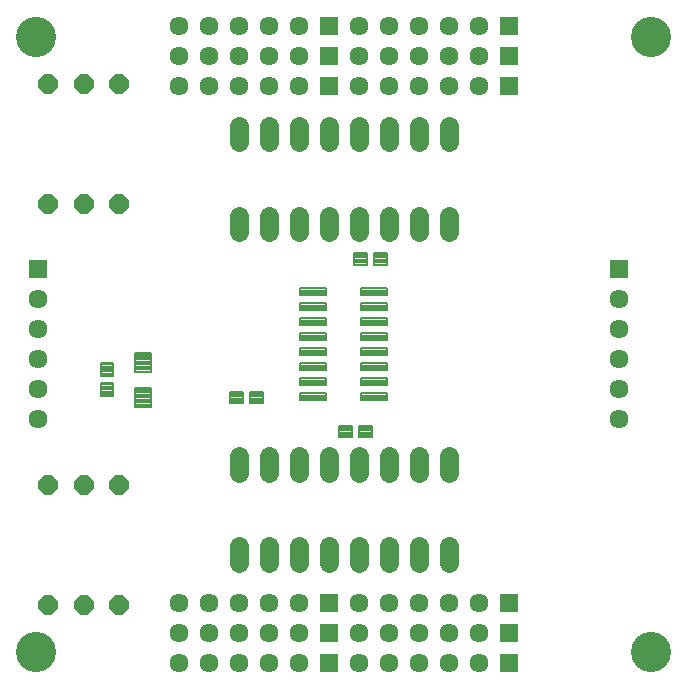
<source format=gts>
G75*
G70*
%OFA0B0*%
%FSLAX24Y24*%
%IPPOS*%
%LPD*%
%AMOC8*
5,1,8,0,0,1.08239X$1,22.5*
%
%ADD10R,0.0635X0.0635*%
%ADD11C,0.0635*%
%ADD12C,0.0082*%
%ADD13C,0.0640*%
%ADD14C,0.0081*%
%ADD15C,0.0082*%
%ADD16OC8,0.0640*%
%ADD17C,0.1340*%
D10*
X019686Y004606D03*
X019686Y005606D03*
X019686Y006606D03*
X025686Y006606D03*
X025686Y005606D03*
X025686Y004606D03*
X029360Y017728D03*
X025686Y023850D03*
X025686Y024850D03*
X025686Y025850D03*
X019686Y025850D03*
X019686Y024850D03*
X019686Y023850D03*
X009990Y017728D03*
D11*
X009990Y016728D03*
X009990Y015728D03*
X009990Y014728D03*
X009990Y013728D03*
X009990Y012728D03*
X014686Y006606D03*
X015686Y006606D03*
X016686Y006606D03*
X017686Y006606D03*
X018686Y006606D03*
X018686Y005606D03*
X017686Y005606D03*
X016686Y005606D03*
X015686Y005606D03*
X014686Y005606D03*
X014686Y004606D03*
X015686Y004606D03*
X016686Y004606D03*
X017686Y004606D03*
X018686Y004606D03*
X020686Y004606D03*
X020686Y005606D03*
X021686Y005606D03*
X022686Y005606D03*
X022686Y004606D03*
X021686Y004606D03*
X023686Y004606D03*
X024686Y004606D03*
X024686Y005606D03*
X023686Y005606D03*
X023686Y006606D03*
X024686Y006606D03*
X022686Y006606D03*
X021686Y006606D03*
X020686Y006606D03*
X029360Y012728D03*
X029360Y013728D03*
X029360Y014728D03*
X029360Y015728D03*
X029360Y016728D03*
X024686Y023850D03*
X023686Y023850D03*
X022686Y023850D03*
X021686Y023850D03*
X020686Y023850D03*
X020686Y024850D03*
X021686Y024850D03*
X022686Y024850D03*
X023686Y024850D03*
X024686Y024850D03*
X024686Y025850D03*
X023686Y025850D03*
X022686Y025850D03*
X021686Y025850D03*
X020686Y025850D03*
X018686Y025850D03*
X017686Y025850D03*
X016686Y025850D03*
X015686Y025850D03*
X014686Y025850D03*
X014686Y024850D03*
X014686Y023850D03*
X015686Y023850D03*
X016686Y023850D03*
X016686Y024850D03*
X015686Y024850D03*
X017686Y024850D03*
X018686Y024850D03*
X018686Y023850D03*
X017686Y023850D03*
D12*
X019595Y017095D02*
X019595Y016861D01*
X018731Y016861D01*
X018731Y017095D01*
X019595Y017095D01*
X019595Y016942D02*
X018731Y016942D01*
X018731Y017023D02*
X019595Y017023D01*
X019595Y016595D02*
X019595Y016361D01*
X018731Y016361D01*
X018731Y016595D01*
X019595Y016595D01*
X019595Y016442D02*
X018731Y016442D01*
X018731Y016523D02*
X019595Y016523D01*
X019595Y016095D02*
X019595Y015861D01*
X018731Y015861D01*
X018731Y016095D01*
X019595Y016095D01*
X019595Y015942D02*
X018731Y015942D01*
X018731Y016023D02*
X019595Y016023D01*
X019595Y015595D02*
X019595Y015361D01*
X018731Y015361D01*
X018731Y015595D01*
X019595Y015595D01*
X019595Y015442D02*
X018731Y015442D01*
X018731Y015523D02*
X019595Y015523D01*
X019595Y015095D02*
X019595Y014861D01*
X018731Y014861D01*
X018731Y015095D01*
X019595Y015095D01*
X019595Y014942D02*
X018731Y014942D01*
X018731Y015023D02*
X019595Y015023D01*
X019595Y014595D02*
X019595Y014361D01*
X018731Y014361D01*
X018731Y014595D01*
X019595Y014595D01*
X019595Y014442D02*
X018731Y014442D01*
X018731Y014523D02*
X019595Y014523D01*
X019595Y014095D02*
X019595Y013861D01*
X018731Y013861D01*
X018731Y014095D01*
X019595Y014095D01*
X019595Y013942D02*
X018731Y013942D01*
X018731Y014023D02*
X019595Y014023D01*
X019595Y013595D02*
X019595Y013361D01*
X018731Y013361D01*
X018731Y013595D01*
X019595Y013595D01*
X019595Y013442D02*
X018731Y013442D01*
X018731Y013523D02*
X019595Y013523D01*
X021642Y013595D02*
X021642Y013361D01*
X020778Y013361D01*
X020778Y013595D01*
X021642Y013595D01*
X021642Y013442D02*
X020778Y013442D01*
X020778Y013523D02*
X021642Y013523D01*
X021642Y013861D02*
X021642Y014095D01*
X021642Y013861D02*
X020778Y013861D01*
X020778Y014095D01*
X021642Y014095D01*
X021642Y013942D02*
X020778Y013942D01*
X020778Y014023D02*
X021642Y014023D01*
X021642Y014361D02*
X021642Y014595D01*
X021642Y014361D02*
X020778Y014361D01*
X020778Y014595D01*
X021642Y014595D01*
X021642Y014442D02*
X020778Y014442D01*
X020778Y014523D02*
X021642Y014523D01*
X021642Y014861D02*
X021642Y015095D01*
X021642Y014861D02*
X020778Y014861D01*
X020778Y015095D01*
X021642Y015095D01*
X021642Y014942D02*
X020778Y014942D01*
X020778Y015023D02*
X021642Y015023D01*
X021642Y015361D02*
X021642Y015595D01*
X021642Y015361D02*
X020778Y015361D01*
X020778Y015595D01*
X021642Y015595D01*
X021642Y015442D02*
X020778Y015442D01*
X020778Y015523D02*
X021642Y015523D01*
X021642Y015861D02*
X021642Y016095D01*
X021642Y015861D02*
X020778Y015861D01*
X020778Y016095D01*
X021642Y016095D01*
X021642Y015942D02*
X020778Y015942D01*
X020778Y016023D02*
X021642Y016023D01*
X021642Y016361D02*
X021642Y016595D01*
X021642Y016361D02*
X020778Y016361D01*
X020778Y016595D01*
X021642Y016595D01*
X021642Y016442D02*
X020778Y016442D01*
X020778Y016523D02*
X021642Y016523D01*
X021642Y016861D02*
X021642Y017095D01*
X021642Y016861D02*
X020778Y016861D01*
X020778Y017095D01*
X021642Y017095D01*
X021642Y016942D02*
X020778Y016942D01*
X020778Y017023D02*
X021642Y017023D01*
D13*
X021686Y018960D02*
X021686Y019520D01*
X022686Y019520D02*
X022686Y018960D01*
X023686Y018960D02*
X023686Y019520D01*
X020686Y019520D02*
X020686Y018960D01*
X019686Y018960D02*
X019686Y019520D01*
X018686Y019520D02*
X018686Y018960D01*
X017686Y018960D02*
X017686Y019520D01*
X016686Y019520D02*
X016686Y018960D01*
X016686Y021960D02*
X016686Y022520D01*
X017686Y022520D02*
X017686Y021960D01*
X018686Y021960D02*
X018686Y022520D01*
X019686Y022520D02*
X019686Y021960D01*
X020686Y021960D02*
X020686Y022520D01*
X021686Y022520D02*
X021686Y021960D01*
X022686Y021960D02*
X022686Y022520D01*
X023686Y022520D02*
X023686Y021960D01*
X023686Y011496D02*
X023686Y010936D01*
X022686Y010936D02*
X022686Y011496D01*
X021686Y011496D02*
X021686Y010936D01*
X020686Y010936D02*
X020686Y011496D01*
X019686Y011496D02*
X019686Y010936D01*
X018686Y010936D02*
X018686Y011496D01*
X017686Y011496D02*
X017686Y010936D01*
X016686Y010936D02*
X016686Y011496D01*
X016686Y008496D02*
X016686Y007936D01*
X017686Y007936D02*
X017686Y008496D01*
X018686Y008496D02*
X018686Y007936D01*
X019686Y007936D02*
X019686Y008496D01*
X020686Y008496D02*
X020686Y007936D01*
X021686Y007936D02*
X021686Y008496D01*
X022686Y008496D02*
X022686Y007936D01*
X023686Y007936D02*
X023686Y008496D01*
D14*
X021131Y012127D02*
X020699Y012127D01*
X020699Y012521D01*
X021131Y012521D01*
X021131Y012127D01*
X021131Y012207D02*
X020699Y012207D01*
X020699Y012287D02*
X021131Y012287D01*
X021131Y012367D02*
X020699Y012367D01*
X020699Y012447D02*
X021131Y012447D01*
X020462Y012127D02*
X020030Y012127D01*
X020030Y012521D01*
X020462Y012521D01*
X020462Y012127D01*
X020462Y012207D02*
X020030Y012207D01*
X020030Y012287D02*
X020462Y012287D01*
X020462Y012367D02*
X020030Y012367D01*
X020030Y012447D02*
X020462Y012447D01*
X017489Y013653D02*
X017057Y013653D01*
X017489Y013653D02*
X017489Y013259D01*
X017057Y013259D01*
X017057Y013653D01*
X017057Y013339D02*
X017489Y013339D01*
X017489Y013419D02*
X017057Y013419D01*
X017057Y013499D02*
X017489Y013499D01*
X017489Y013579D02*
X017057Y013579D01*
X016820Y013653D02*
X016388Y013653D01*
X016820Y013653D02*
X016820Y013259D01*
X016388Y013259D01*
X016388Y013653D01*
X016388Y013339D02*
X016820Y013339D01*
X016820Y013419D02*
X016388Y013419D01*
X016388Y013499D02*
X016820Y013499D01*
X016820Y013579D02*
X016388Y013579D01*
X012115Y013496D02*
X012115Y013928D01*
X012509Y013928D01*
X012509Y013496D01*
X012115Y013496D01*
X012115Y013576D02*
X012509Y013576D01*
X012509Y013656D02*
X012115Y013656D01*
X012115Y013736D02*
X012509Y013736D01*
X012509Y013816D02*
X012115Y013816D01*
X012115Y013896D02*
X012509Y013896D01*
X012115Y014165D02*
X012115Y014597D01*
X012509Y014597D01*
X012509Y014165D01*
X012115Y014165D01*
X012115Y014245D02*
X012509Y014245D01*
X012509Y014325D02*
X012115Y014325D01*
X012115Y014405D02*
X012509Y014405D01*
X012509Y014485D02*
X012115Y014485D01*
X012115Y014565D02*
X012509Y014565D01*
X020522Y017885D02*
X020954Y017885D01*
X020522Y017885D02*
X020522Y018279D01*
X020954Y018279D01*
X020954Y017885D01*
X020954Y017965D02*
X020522Y017965D01*
X020522Y018045D02*
X020954Y018045D01*
X020954Y018125D02*
X020522Y018125D01*
X020522Y018205D02*
X020954Y018205D01*
X021191Y017885D02*
X021623Y017885D01*
X021191Y017885D02*
X021191Y018279D01*
X021623Y018279D01*
X021623Y017885D01*
X021623Y017965D02*
X021191Y017965D01*
X021191Y018045D02*
X021623Y018045D01*
X021623Y018125D02*
X021191Y018125D01*
X021191Y018205D02*
X021623Y018205D01*
D15*
X013220Y014951D02*
X013220Y014323D01*
X013220Y014951D02*
X013768Y014951D01*
X013768Y014323D01*
X013220Y014323D01*
X013220Y014404D02*
X013768Y014404D01*
X013768Y014485D02*
X013220Y014485D01*
X013220Y014566D02*
X013768Y014566D01*
X013768Y014647D02*
X013220Y014647D01*
X013220Y014728D02*
X013768Y014728D01*
X013768Y014809D02*
X013220Y014809D01*
X013220Y014890D02*
X013768Y014890D01*
X013768Y013770D02*
X013768Y013142D01*
X013220Y013142D01*
X013220Y013770D01*
X013768Y013770D01*
X013768Y013223D02*
X013220Y013223D01*
X013220Y013304D02*
X013768Y013304D01*
X013768Y013385D02*
X013220Y013385D01*
X013220Y013466D02*
X013768Y013466D01*
X013768Y013547D02*
X013220Y013547D01*
X013220Y013628D02*
X013768Y013628D01*
X013768Y013709D02*
X013220Y013709D01*
D16*
X012706Y010535D03*
X011525Y010535D03*
X010344Y010535D03*
X010344Y006535D03*
X011525Y006535D03*
X012706Y006535D03*
X012706Y019921D03*
X011525Y019921D03*
X010344Y019921D03*
X010344Y023921D03*
X011525Y023921D03*
X012706Y023921D03*
D17*
X009950Y004991D03*
X030423Y004991D03*
X030423Y025464D03*
X009950Y025464D03*
M02*

</source>
